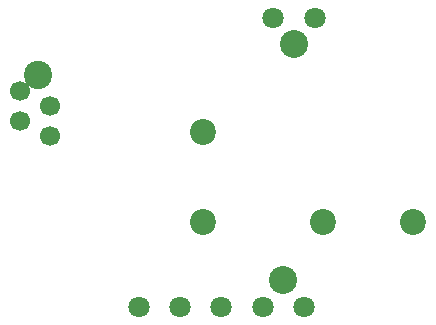
<source format=gbr>
G04 #@! TF.FileFunction,Soldermask,Bot*
%FSLAX46Y46*%
G04 Gerber Fmt 4.6, Leading zero omitted, Abs format (unit mm)*
G04 Created by KiCad (PCBNEW 4.0.7-e2-6376~58~ubuntu16.04.1) date Fri Apr  6 19:10:20 2018*
%MOMM*%
%LPD*%
G01*
G04 APERTURE LIST*
%ADD10C,0.100000*%
%ADD11C,1.797000*%
%ADD12C,2.381000*%
%ADD13C,2.200000*%
%ADD14C,1.700000*%
%ADD15C,2.400000*%
G04 APERTURE END LIST*
D10*
D11*
X166870260Y-96019620D03*
X163370260Y-96019620D03*
D12*
X165120260Y-98249620D03*
D13*
X157416500Y-113317020D03*
X167576500Y-113317020D03*
X175196500Y-113317020D03*
X157416500Y-105697020D03*
D11*
X162463120Y-120462040D03*
X165963120Y-120462040D03*
D12*
X164213120Y-118232040D03*
D11*
X158963120Y-120462040D03*
X155463120Y-120462040D03*
X151963120Y-120462040D03*
D14*
X141945360Y-104749600D03*
X141945360Y-102209600D03*
X144485360Y-103479600D03*
X144485360Y-106019600D03*
D15*
X143445360Y-100809600D03*
M02*

</source>
